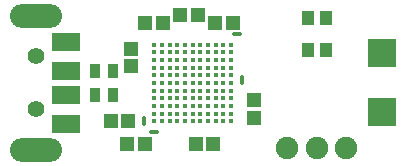
<source format=gts>
G04 #@! TF.FileFunction,Soldermask,Top*
%FSLAX46Y46*%
G04 Gerber Fmt 4.6, Leading zero omitted, Abs format (unit mm)*
G04 Created by KiCad (PCBNEW 4.0.4-stable) date 11/24/16 00:54:14*
%MOMM*%
%LPD*%
G01*
G04 APERTURE LIST*
%ADD10C,0.100000*%
%ADD11C,0.300000*%
%ADD12R,1.150000X1.200000*%
%ADD13O,4.400000X2.000000*%
%ADD14C,1.400000*%
%ADD15R,2.400000X1.600000*%
%ADD16C,0.400000*%
%ADD17R,2.400000X2.400000*%
%ADD18R,1.200000X1.150000*%
%ADD19C,1.900000*%
%ADD20R,0.900000X1.300000*%
%ADD21R,1.100000X1.150000*%
G04 APERTURE END LIST*
D10*
D11*
X120150000Y-106500000D02*
X120150000Y-107000000D01*
X119475000Y-102850000D02*
X120025000Y-102850000D01*
X113000000Y-111150000D02*
X112500000Y-111150000D01*
X111850000Y-110000000D02*
X111850000Y-110500000D01*
D12*
X110800000Y-105600000D03*
X110800000Y-104100000D03*
D13*
X102700000Y-112700000D03*
D14*
X102700000Y-109250000D03*
D15*
X105300000Y-110500000D03*
X105300000Y-108000000D03*
X105300000Y-106000000D03*
X105300000Y-103500000D03*
D14*
X102700000Y-104750000D03*
D13*
X102700000Y-101300000D03*
D16*
X112750000Y-103750000D03*
X113400000Y-103750000D03*
X114050000Y-103750000D03*
X114700000Y-103750000D03*
X115350000Y-103750000D03*
X116000000Y-103750000D03*
X116650000Y-103750000D03*
X117300000Y-103750000D03*
X117950000Y-103750000D03*
X118600000Y-103750000D03*
X119250000Y-103750000D03*
X112750000Y-104400000D03*
X113400000Y-104400000D03*
X114050000Y-104400000D03*
X114700000Y-104400000D03*
X115350000Y-104400000D03*
X116000000Y-104400000D03*
X116650000Y-104400000D03*
X117300000Y-104400000D03*
X117950000Y-104400000D03*
X118600000Y-104400000D03*
X119250000Y-104400000D03*
X112750000Y-105050000D03*
X113400000Y-105050000D03*
X114050000Y-105050000D03*
X114700000Y-105050000D03*
X115350000Y-105050000D03*
X116000000Y-105050000D03*
X116650000Y-105050000D03*
X117300000Y-105050000D03*
X117950000Y-105050000D03*
X118600000Y-105050000D03*
X119250000Y-105050000D03*
X112750000Y-105700000D03*
X113400000Y-105700000D03*
X114050000Y-105700000D03*
X114700000Y-105700000D03*
X115350000Y-105700000D03*
X116000000Y-105700000D03*
X116650000Y-105700000D03*
X117300000Y-105700000D03*
X117950000Y-105700000D03*
X118600000Y-105700000D03*
X119250000Y-105700000D03*
X112750000Y-106350000D03*
X113400000Y-106350000D03*
X114050000Y-106350000D03*
X114700000Y-106350000D03*
X115350000Y-106350000D03*
X116000000Y-106350000D03*
X116650000Y-106350000D03*
X117300000Y-106350000D03*
X117950000Y-106350000D03*
X118600000Y-106350000D03*
X119250000Y-106350000D03*
X112750000Y-107000000D03*
X113400000Y-107000000D03*
X114050000Y-107000000D03*
X114700000Y-107000000D03*
X115350000Y-107000000D03*
X116000000Y-107000000D03*
X116650000Y-107000000D03*
X117300000Y-107000000D03*
X117950000Y-107000000D03*
X118600000Y-107000000D03*
X119250000Y-107000000D03*
X112750000Y-107650000D03*
X113400000Y-107650000D03*
X114050000Y-107650000D03*
X114700000Y-107650000D03*
X115350000Y-107650000D03*
X116000000Y-107650000D03*
X116650000Y-107650000D03*
X117300000Y-107650000D03*
X117950000Y-107650000D03*
X118600000Y-107650000D03*
X119250000Y-107650000D03*
X112750000Y-108300000D03*
X113400000Y-108300000D03*
X114050000Y-108300000D03*
X114700000Y-108300000D03*
X115350000Y-108300000D03*
X116000000Y-108300000D03*
X116650000Y-108300000D03*
X117300000Y-108300000D03*
X117950000Y-108300000D03*
X118600000Y-108300000D03*
X119250000Y-108300000D03*
X112750000Y-108950000D03*
X113400000Y-108950000D03*
X114050000Y-108950000D03*
X114700000Y-108950000D03*
X115350000Y-108950000D03*
X116000000Y-108950000D03*
X116650000Y-108950000D03*
X117300000Y-108950000D03*
X117950000Y-108950000D03*
X118600000Y-108950000D03*
X119250000Y-108950000D03*
X112750000Y-109600000D03*
X113400000Y-109600000D03*
X114050000Y-109600000D03*
X114700000Y-109600000D03*
X115350000Y-109600000D03*
X116000000Y-109600000D03*
X116650000Y-109600000D03*
X117300000Y-109600000D03*
X117950000Y-109600000D03*
X118600000Y-109600000D03*
X119250000Y-109600000D03*
X112750000Y-110250000D03*
X113400000Y-110250000D03*
X114050000Y-110250000D03*
X114700000Y-110250000D03*
X115350000Y-110250000D03*
X116000000Y-110250000D03*
X116650000Y-110250000D03*
X117300000Y-110250000D03*
X117950000Y-110250000D03*
X118600000Y-110250000D03*
X119250000Y-110250000D03*
D17*
X132000000Y-109500000D03*
X132000000Y-104500000D03*
D18*
X111950000Y-112200000D03*
X110450000Y-112200000D03*
X116250000Y-112200000D03*
X117750000Y-112200000D03*
X117900000Y-101900000D03*
X119400000Y-101900000D03*
X114915000Y-101240000D03*
X116415000Y-101240000D03*
X113450000Y-101900000D03*
X111950000Y-101900000D03*
D12*
X121200000Y-109950000D03*
X121200000Y-108450000D03*
D19*
X124000000Y-112500000D03*
X126500000Y-112500000D03*
X129000000Y-112500000D03*
D18*
X110550000Y-110200000D03*
X109050000Y-110200000D03*
D20*
X109250000Y-106000000D03*
X107750000Y-106000000D03*
X109250000Y-108000000D03*
X107750000Y-108000000D03*
D21*
X125750000Y-104250000D03*
X127250000Y-104250000D03*
X125750000Y-101500000D03*
X127250000Y-101500000D03*
M02*

</source>
